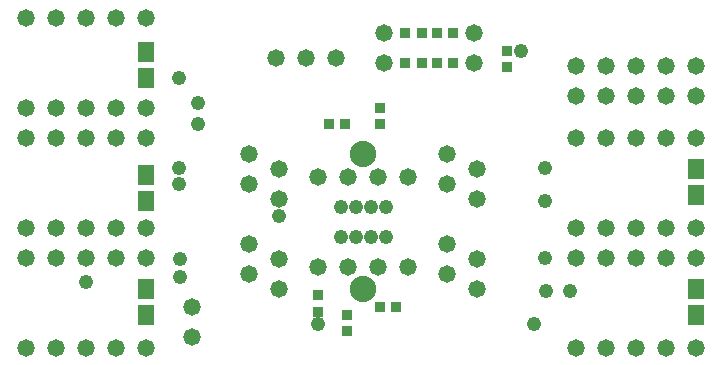
<source format=gbs>
*%FSLAX25Y25*%
*%MOIN*%
G01*
%ADD11C,0.00100*%
%ADD12C,0.00700*%
%ADD13C,0.00733*%
%ADD14C,0.01000*%
%ADD15C,0.01200*%
%ADD16C,0.01500*%
%ADD17C,0.02000*%
%ADD18C,0.03000*%
%ADD19C,0.04000*%
%ADD20C,0.04800*%
%ADD21C,0.05000*%
%ADD22C,0.05800*%
%ADD23C,0.07000*%
%ADD24C,0.08000*%
%ADD25C,0.08800*%
%ADD26C,0.12000*%
%ADD27R,0.00967X0.00967*%
%ADD28R,0.01000X0.01000*%
%ADD29R,0.01386X0.01386*%
%ADD30R,0.01500X0.01500*%
%ADD31R,0.02000X0.02000*%
%ADD32R,0.02000X0.02000*%
%ADD33R,0.02500X0.02500*%
%ADD34R,0.02500X0.02500*%
%ADD35R,0.03000X0.03000*%
%ADD36R,0.03000X0.03000*%
%ADD37R,0.03500X0.03500*%
%ADD38R,0.03500X0.03500*%
%ADD39R,0.03800X0.03800*%
%ADD40R,0.04000X0.04000*%
%ADD41R,0.04000X0.04000*%
%ADD42R,0.04500X0.04500*%
%ADD43R,0.05000X0.05000*%
%ADD44R,0.05000X0.06000*%
%ADD45R,0.05000X0.05000*%
%ADD46R,0.05800X0.06800*%
%ADD47R,0.06000X0.05000*%
%ADD48R,0.06000X0.06000*%
%ADD49R,0.06800X0.05800*%
%ADD50R,0.08500X0.08500*%
%ADD51R,0.09000X0.09000*%
%ADD52R,0.10000X0.10000*%
D20*
X991300Y777500D02*
D03*
X986300D02*
D03*
X981300D02*
D03*
X996300Y787500D02*
D03*
X991300D02*
D03*
X986300D02*
D03*
X981300D02*
D03*
X996300Y777500D02*
D03*
X927300Y830500D02*
D03*
X960800Y784500D02*
D03*
X927300Y800500D02*
D03*
X973800Y748500D02*
D03*
X1045800D02*
D03*
X1049800Y759500D02*
D03*
X1049300Y770500D02*
D03*
Y800500D02*
D03*
Y789500D02*
D03*
X927800Y770000D02*
D03*
X927300Y795000D02*
D03*
X927800Y764000D02*
D03*
X896300Y762500D02*
D03*
X933800Y815000D02*
D03*
Y822000D02*
D03*
X1041300Y839500D02*
D03*
X1057800Y759500D02*
D03*
D22*
X973800Y767500D02*
D03*
X983800Y797500D02*
D03*
Y767500D02*
D03*
X993800D02*
D03*
X1003800Y797500D02*
D03*
X973800D02*
D03*
X1003800Y767500D02*
D03*
X993800Y797500D02*
D03*
X960800Y800000D02*
D03*
X916300Y820500D02*
D03*
Y850500D02*
D03*
X906300D02*
D03*
Y820500D02*
D03*
X886300D02*
D03*
Y850500D02*
D03*
X896300D02*
D03*
X876300D02*
D03*
Y820500D02*
D03*
X979800Y837000D02*
D03*
X959800D02*
D03*
X969800D02*
D03*
X1059800Y780500D02*
D03*
Y810500D02*
D03*
X1099800Y780500D02*
D03*
Y810500D02*
D03*
X876300Y780500D02*
D03*
Y810500D02*
D03*
X916300Y780500D02*
D03*
X906300D02*
D03*
X886300D02*
D03*
Y810500D02*
D03*
X906300D02*
D03*
X916300D02*
D03*
X876300Y770500D02*
D03*
Y740500D02*
D03*
X1016800Y765000D02*
D03*
Y795000D02*
D03*
X1026800Y800000D02*
D03*
X950800Y805000D02*
D03*
Y795000D02*
D03*
Y765000D02*
D03*
X896300Y770500D02*
D03*
X950800Y775000D02*
D03*
X960800Y770000D02*
D03*
Y760000D02*
D03*
Y790000D02*
D03*
X1026800D02*
D03*
Y760000D02*
D03*
Y770000D02*
D03*
X886300Y770500D02*
D03*
X906300D02*
D03*
X1016800Y775000D02*
D03*
Y805000D02*
D03*
X1069800Y780500D02*
D03*
Y810500D02*
D03*
X896300Y780500D02*
D03*
X1079800D02*
D03*
X916300Y740500D02*
D03*
Y770500D02*
D03*
X896300Y820500D02*
D03*
X1089800Y780500D02*
D03*
Y810500D02*
D03*
X896300Y740500D02*
D03*
Y810500D02*
D03*
X886300Y740500D02*
D03*
X906300D02*
D03*
X1079800Y810500D02*
D03*
X1059800Y834500D02*
D03*
X1069800D02*
D03*
X1059800Y824500D02*
D03*
X1099800Y834500D02*
D03*
X1089800D02*
D03*
X1079800D02*
D03*
X1099800Y824500D02*
D03*
X1089800D02*
D03*
X1079800D02*
D03*
X1069800D02*
D03*
X931800Y754000D02*
D03*
Y744000D02*
D03*
X1059800Y770500D02*
D03*
X1079800D02*
D03*
X1059800Y740500D02*
D03*
X1099800D02*
D03*
Y770500D02*
D03*
X1089800Y740500D02*
D03*
X1079800D02*
D03*
X1069800D02*
D03*
Y770500D02*
D03*
X1089800D02*
D03*
X1025800Y845500D02*
D03*
X995800Y835500D02*
D03*
Y845500D02*
D03*
X1025800Y835500D02*
D03*
D25*
X988800Y760000D02*
D03*
Y805000D02*
D03*
D39*
X983300Y746000D02*
D03*
X999800Y754000D02*
D03*
X994300D02*
D03*
X977300Y815000D02*
D03*
X1018800Y835500D02*
D03*
X1013300D02*
D03*
X1008300Y845500D02*
D03*
X1002800D02*
D03*
X982800Y815000D02*
D03*
X983300Y751500D02*
D03*
X1008300Y835500D02*
D03*
X1002800D02*
D03*
X1013300Y845500D02*
D03*
X1018800D02*
D03*
X973800Y758000D02*
D03*
Y752500D02*
D03*
X1036800Y834000D02*
D03*
Y839500D02*
D03*
X994300Y815000D02*
D03*
Y820500D02*
D03*
D46*
X916300Y798000D02*
D03*
Y789500D02*
D03*
Y830500D02*
D03*
Y839000D02*
D03*
X1099800Y800000D02*
D03*
Y791500D02*
D03*
Y760000D02*
D03*
Y751500D02*
D03*
X916300Y760000D02*
D03*
Y751500D02*
D03*
M02*

</source>
